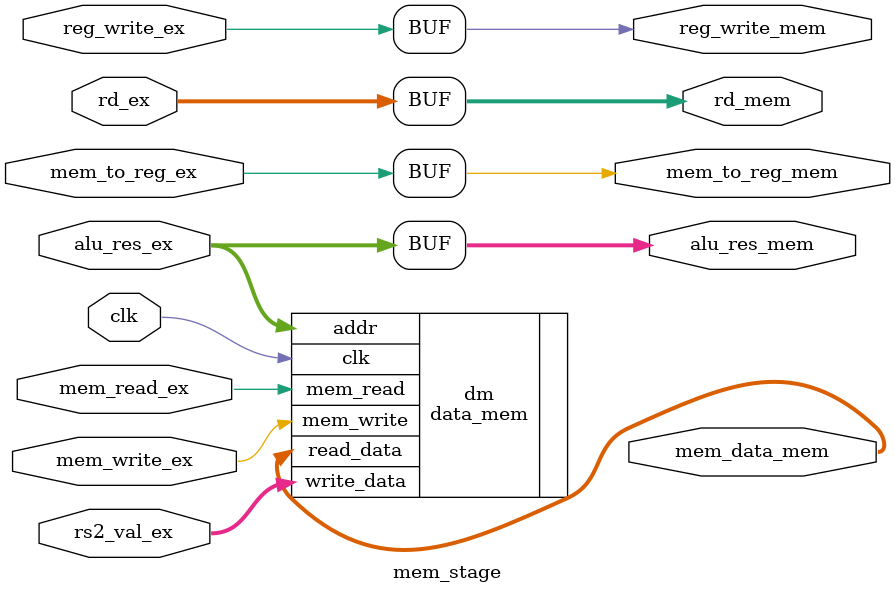
<source format=v>
`include "data_mem.v"
`include "mem_wb.v"
module mem_stage (
    input  wire        clk,

    // from EX/MEM
    input  wire [31:0] alu_res_ex,
    input  wire [31:0] rs2_val_ex,
    input  wire [4:0]  rd_ex,
    input  wire        mem_read_ex,
    input  wire        mem_write_ex,
    input  wire        reg_write_ex,
    input  wire        mem_to_reg_ex,

    // to MEM/WB
    output wire [31:0] mem_data_mem,
    output wire [31:0] alu_res_mem,
    output wire [4:0]  rd_mem,
    output wire        reg_write_mem,
    output wire        mem_to_reg_mem
);

    data_mem dm (
        .clk(clk),
        .mem_read(mem_read_ex),
        .mem_write(mem_write_ex),
        .addr(alu_res_ex),
        .write_data(rs2_val_ex),
        .read_data(mem_data_mem)
    );

    // Forward signals
    assign alu_res_mem   = alu_res_ex;
    assign rd_mem        = rd_ex;
    assign reg_write_mem = reg_write_ex;
    assign mem_to_reg_mem = mem_to_reg_ex;

endmodule

</source>
